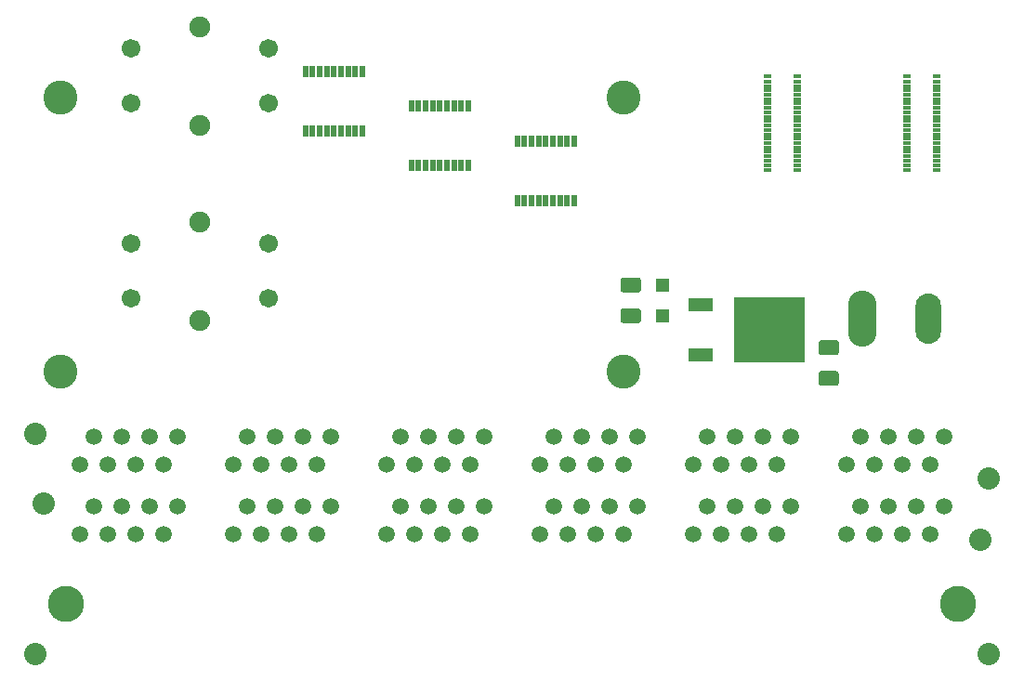
<source format=gbr>
G04 #@! TF.GenerationSoftware,KiCad,Pcbnew,(5.1.0-0)*
G04 #@! TF.CreationDate,2019-04-12T14:29:56-04:00*
G04 #@! TF.ProjectId,pyControl_DSeries,7079436f-6e74-4726-9f6c-5f4453657269,rev?*
G04 #@! TF.SameCoordinates,Original*
G04 #@! TF.FileFunction,Soldermask,Top*
G04 #@! TF.FilePolarity,Negative*
%FSLAX46Y46*%
G04 Gerber Fmt 4.6, Leading zero omitted, Abs format (unit mm)*
G04 Created by KiCad (PCBNEW (5.1.0-0)) date 2019-04-12 14:29:56*
%MOMM*%
%LPD*%
G04 APERTURE LIST*
%ADD10C,1.901600*%
%ADD11C,1.701600*%
%ADD12R,0.761600X0.331600*%
%ADD13R,0.761600X0.451600*%
%ADD14O,2.601600X5.101600*%
%ADD15O,2.351600X4.601600*%
%ADD16C,0.100000*%
%ADD17C,1.351600*%
%ADD18C,3.301600*%
%ADD19C,1.501600*%
%ADD20C,2.032000*%
%ADD21R,0.501600X1.101600*%
%ADD22C,3.101600*%
%ADD23R,1.201600X1.201600*%
%ADD24R,6.501600X5.901600*%
%ADD25R,2.301600X1.301600*%
G04 APERTURE END LIST*
D10*
X68580000Y-99242000D03*
X68580000Y-90242000D03*
D11*
X62330000Y-97242000D03*
X74830000Y-97242000D03*
X74830000Y-92242000D03*
X62330000Y-92242000D03*
D12*
X123021000Y-97660000D03*
X120311000Y-97260000D03*
X123021000Y-97260000D03*
X120311000Y-96860000D03*
D13*
X123021000Y-103335000D03*
X120311000Y-103335000D03*
X123021000Y-94785000D03*
X120311000Y-94785000D03*
D12*
X120311000Y-102860000D03*
X123021000Y-102860000D03*
X120311000Y-102460000D03*
X123021000Y-102460000D03*
X120311000Y-102060000D03*
X123021000Y-102060000D03*
X120311000Y-101660000D03*
X123021000Y-101660000D03*
X120311000Y-101260000D03*
X123021000Y-101260000D03*
X120311000Y-100860000D03*
X123021000Y-100860000D03*
X120311000Y-100460000D03*
X123021000Y-100460000D03*
X120311000Y-100060000D03*
X123021000Y-100060000D03*
X120311000Y-99660000D03*
X123021000Y-99660000D03*
X120311000Y-99260000D03*
X123021000Y-99260000D03*
X120311000Y-98860000D03*
X123021000Y-98860000D03*
X120311000Y-98460000D03*
X123021000Y-98460000D03*
X120311000Y-98060000D03*
X123021000Y-98060000D03*
X120311000Y-97660000D03*
X123021000Y-96860000D03*
X120311000Y-96460000D03*
X123021000Y-96460000D03*
X120311000Y-96060000D03*
X123021000Y-96060000D03*
X120311000Y-95660000D03*
X123021000Y-95660000D03*
X120311000Y-95260000D03*
X123021000Y-95260000D03*
X135721000Y-95260000D03*
X133011000Y-100460000D03*
X135721000Y-100860000D03*
X133011000Y-100860000D03*
X135721000Y-101260000D03*
X133011000Y-101260000D03*
X135721000Y-101660000D03*
X133011000Y-101660000D03*
X135721000Y-102060000D03*
X133011000Y-102060000D03*
X135721000Y-102460000D03*
X133011000Y-102460000D03*
X135721000Y-102860000D03*
X133011000Y-102860000D03*
D13*
X133011000Y-94785000D03*
X135721000Y-94785000D03*
D12*
X133011000Y-97260000D03*
X135721000Y-97660000D03*
X135721000Y-96860000D03*
X133011000Y-97660000D03*
X135721000Y-98060000D03*
X133011000Y-98060000D03*
X135721000Y-98460000D03*
X133011000Y-98460000D03*
X135721000Y-98860000D03*
X133011000Y-98860000D03*
X135721000Y-99260000D03*
X133011000Y-99260000D03*
X135721000Y-99660000D03*
X133011000Y-99660000D03*
X135721000Y-100060000D03*
X133011000Y-100060000D03*
X135721000Y-100460000D03*
X133011000Y-95260000D03*
X135721000Y-95660000D03*
X133011000Y-95660000D03*
X135721000Y-96060000D03*
X133011000Y-96060000D03*
X135721000Y-96460000D03*
X133011000Y-96460000D03*
D13*
X133011000Y-103335000D03*
X135721000Y-103335000D03*
D12*
X133011000Y-96860000D03*
X135721000Y-97260000D03*
D14*
X128905000Y-116840000D03*
D15*
X134905000Y-116840000D03*
D16*
G36*
X126538976Y-118826502D02*
G01*
X126565217Y-118830394D01*
X126590950Y-118836840D01*
X126615927Y-118845777D01*
X126639908Y-118857119D01*
X126662662Y-118870757D01*
X126683969Y-118886560D01*
X126703625Y-118904375D01*
X126721440Y-118924031D01*
X126737243Y-118945338D01*
X126750881Y-118968092D01*
X126762223Y-118992073D01*
X126771160Y-119017050D01*
X126777606Y-119042783D01*
X126781498Y-119069024D01*
X126782800Y-119095520D01*
X126782800Y-119906480D01*
X126781498Y-119932976D01*
X126777606Y-119959217D01*
X126771160Y-119984950D01*
X126762223Y-120009927D01*
X126750881Y-120033908D01*
X126737243Y-120056662D01*
X126721440Y-120077969D01*
X126703625Y-120097625D01*
X126683969Y-120115440D01*
X126662662Y-120131243D01*
X126639908Y-120144881D01*
X126615927Y-120156223D01*
X126590950Y-120165160D01*
X126565217Y-120171606D01*
X126538976Y-120175498D01*
X126512480Y-120176800D01*
X125201520Y-120176800D01*
X125175024Y-120175498D01*
X125148783Y-120171606D01*
X125123050Y-120165160D01*
X125098073Y-120156223D01*
X125074092Y-120144881D01*
X125051338Y-120131243D01*
X125030031Y-120115440D01*
X125010375Y-120097625D01*
X124992560Y-120077969D01*
X124976757Y-120056662D01*
X124963119Y-120033908D01*
X124951777Y-120009927D01*
X124942840Y-119984950D01*
X124936394Y-119959217D01*
X124932502Y-119932976D01*
X124931200Y-119906480D01*
X124931200Y-119095520D01*
X124932502Y-119069024D01*
X124936394Y-119042783D01*
X124942840Y-119017050D01*
X124951777Y-118992073D01*
X124963119Y-118968092D01*
X124976757Y-118945338D01*
X124992560Y-118924031D01*
X125010375Y-118904375D01*
X125030031Y-118886560D01*
X125051338Y-118870757D01*
X125074092Y-118857119D01*
X125098073Y-118845777D01*
X125123050Y-118836840D01*
X125148783Y-118830394D01*
X125175024Y-118826502D01*
X125201520Y-118825200D01*
X126512480Y-118825200D01*
X126538976Y-118826502D01*
X126538976Y-118826502D01*
G37*
D17*
X125857000Y-119501000D03*
D16*
G36*
X126538976Y-121626502D02*
G01*
X126565217Y-121630394D01*
X126590950Y-121636840D01*
X126615927Y-121645777D01*
X126639908Y-121657119D01*
X126662662Y-121670757D01*
X126683969Y-121686560D01*
X126703625Y-121704375D01*
X126721440Y-121724031D01*
X126737243Y-121745338D01*
X126750881Y-121768092D01*
X126762223Y-121792073D01*
X126771160Y-121817050D01*
X126777606Y-121842783D01*
X126781498Y-121869024D01*
X126782800Y-121895520D01*
X126782800Y-122706480D01*
X126781498Y-122732976D01*
X126777606Y-122759217D01*
X126771160Y-122784950D01*
X126762223Y-122809927D01*
X126750881Y-122833908D01*
X126737243Y-122856662D01*
X126721440Y-122877969D01*
X126703625Y-122897625D01*
X126683969Y-122915440D01*
X126662662Y-122931243D01*
X126639908Y-122944881D01*
X126615927Y-122956223D01*
X126590950Y-122965160D01*
X126565217Y-122971606D01*
X126538976Y-122975498D01*
X126512480Y-122976800D01*
X125201520Y-122976800D01*
X125175024Y-122975498D01*
X125148783Y-122971606D01*
X125123050Y-122965160D01*
X125098073Y-122956223D01*
X125074092Y-122944881D01*
X125051338Y-122931243D01*
X125030031Y-122915440D01*
X125010375Y-122897625D01*
X124992560Y-122877969D01*
X124976757Y-122856662D01*
X124963119Y-122833908D01*
X124951777Y-122809927D01*
X124942840Y-122784950D01*
X124936394Y-122759217D01*
X124932502Y-122732976D01*
X124931200Y-122706480D01*
X124931200Y-121895520D01*
X124932502Y-121869024D01*
X124936394Y-121842783D01*
X124942840Y-121817050D01*
X124951777Y-121792073D01*
X124963119Y-121768092D01*
X124976757Y-121745338D01*
X124992560Y-121724031D01*
X125010375Y-121704375D01*
X125030031Y-121686560D01*
X125051338Y-121670757D01*
X125074092Y-121657119D01*
X125098073Y-121645777D01*
X125123050Y-121636840D01*
X125148783Y-121630394D01*
X125175024Y-121626502D01*
X125201520Y-121625200D01*
X126512480Y-121625200D01*
X126538976Y-121626502D01*
X126538976Y-121626502D01*
G37*
D17*
X125857000Y-122301000D03*
D16*
G36*
X108504976Y-113114502D02*
G01*
X108531217Y-113118394D01*
X108556950Y-113124840D01*
X108581927Y-113133777D01*
X108605908Y-113145119D01*
X108628662Y-113158757D01*
X108649969Y-113174560D01*
X108669625Y-113192375D01*
X108687440Y-113212031D01*
X108703243Y-113233338D01*
X108716881Y-113256092D01*
X108728223Y-113280073D01*
X108737160Y-113305050D01*
X108743606Y-113330783D01*
X108747498Y-113357024D01*
X108748800Y-113383520D01*
X108748800Y-114194480D01*
X108747498Y-114220976D01*
X108743606Y-114247217D01*
X108737160Y-114272950D01*
X108728223Y-114297927D01*
X108716881Y-114321908D01*
X108703243Y-114344662D01*
X108687440Y-114365969D01*
X108669625Y-114385625D01*
X108649969Y-114403440D01*
X108628662Y-114419243D01*
X108605908Y-114432881D01*
X108581927Y-114444223D01*
X108556950Y-114453160D01*
X108531217Y-114459606D01*
X108504976Y-114463498D01*
X108478480Y-114464800D01*
X107167520Y-114464800D01*
X107141024Y-114463498D01*
X107114783Y-114459606D01*
X107089050Y-114453160D01*
X107064073Y-114444223D01*
X107040092Y-114432881D01*
X107017338Y-114419243D01*
X106996031Y-114403440D01*
X106976375Y-114385625D01*
X106958560Y-114365969D01*
X106942757Y-114344662D01*
X106929119Y-114321908D01*
X106917777Y-114297927D01*
X106908840Y-114272950D01*
X106902394Y-114247217D01*
X106898502Y-114220976D01*
X106897200Y-114194480D01*
X106897200Y-113383520D01*
X106898502Y-113357024D01*
X106902394Y-113330783D01*
X106908840Y-113305050D01*
X106917777Y-113280073D01*
X106929119Y-113256092D01*
X106942757Y-113233338D01*
X106958560Y-113212031D01*
X106976375Y-113192375D01*
X106996031Y-113174560D01*
X107017338Y-113158757D01*
X107040092Y-113145119D01*
X107064073Y-113133777D01*
X107089050Y-113124840D01*
X107114783Y-113118394D01*
X107141024Y-113114502D01*
X107167520Y-113113200D01*
X108478480Y-113113200D01*
X108504976Y-113114502D01*
X108504976Y-113114502D01*
G37*
D17*
X107823000Y-113789000D03*
D16*
G36*
X108504976Y-115914502D02*
G01*
X108531217Y-115918394D01*
X108556950Y-115924840D01*
X108581927Y-115933777D01*
X108605908Y-115945119D01*
X108628662Y-115958757D01*
X108649969Y-115974560D01*
X108669625Y-115992375D01*
X108687440Y-116012031D01*
X108703243Y-116033338D01*
X108716881Y-116056092D01*
X108728223Y-116080073D01*
X108737160Y-116105050D01*
X108743606Y-116130783D01*
X108747498Y-116157024D01*
X108748800Y-116183520D01*
X108748800Y-116994480D01*
X108747498Y-117020976D01*
X108743606Y-117047217D01*
X108737160Y-117072950D01*
X108728223Y-117097927D01*
X108716881Y-117121908D01*
X108703243Y-117144662D01*
X108687440Y-117165969D01*
X108669625Y-117185625D01*
X108649969Y-117203440D01*
X108628662Y-117219243D01*
X108605908Y-117232881D01*
X108581927Y-117244223D01*
X108556950Y-117253160D01*
X108531217Y-117259606D01*
X108504976Y-117263498D01*
X108478480Y-117264800D01*
X107167520Y-117264800D01*
X107141024Y-117263498D01*
X107114783Y-117259606D01*
X107089050Y-117253160D01*
X107064073Y-117244223D01*
X107040092Y-117232881D01*
X107017338Y-117219243D01*
X106996031Y-117203440D01*
X106976375Y-117185625D01*
X106958560Y-117165969D01*
X106942757Y-117144662D01*
X106929119Y-117121908D01*
X106917777Y-117097927D01*
X106908840Y-117072950D01*
X106902394Y-117047217D01*
X106898502Y-117020976D01*
X106897200Y-116994480D01*
X106897200Y-116183520D01*
X106898502Y-116157024D01*
X106902394Y-116130783D01*
X106908840Y-116105050D01*
X106917777Y-116080073D01*
X106929119Y-116056092D01*
X106942757Y-116033338D01*
X106958560Y-116012031D01*
X106976375Y-115992375D01*
X106996031Y-115974560D01*
X107017338Y-115958757D01*
X107040092Y-115945119D01*
X107064073Y-115933777D01*
X107089050Y-115924840D01*
X107114783Y-115918394D01*
X107141024Y-115914502D01*
X107167520Y-115913200D01*
X108478480Y-115913200D01*
X108504976Y-115914502D01*
X108504976Y-115914502D01*
G37*
D17*
X107823000Y-116589000D03*
D18*
X137668000Y-142811600D03*
X56388000Y-142811600D03*
D19*
X131318000Y-127571600D03*
X132588000Y-136461600D03*
X117348000Y-127571600D03*
X118618000Y-136461600D03*
X103378000Y-127571600D03*
X104648000Y-136461600D03*
X89408000Y-127571600D03*
X90678000Y-136461600D03*
X75438000Y-127571600D03*
X76708000Y-136461600D03*
X61468000Y-127571600D03*
X62738000Y-136461600D03*
D20*
X140462000Y-147386600D03*
X139700000Y-136972600D03*
X140462000Y-131384600D03*
X53594000Y-127320600D03*
X54356000Y-133670600D03*
X53594000Y-147386600D03*
D19*
X127508000Y-130111600D03*
X136398000Y-133921600D03*
X113538000Y-130111600D03*
X122428000Y-133921600D03*
X99568000Y-130111600D03*
X108458000Y-133921600D03*
X85598000Y-130111600D03*
X94488000Y-133921600D03*
X71628000Y-130111600D03*
X80518000Y-133921600D03*
X57658000Y-130111600D03*
X66548000Y-133921600D03*
X135128000Y-130111600D03*
X128778000Y-133921600D03*
X121158000Y-130111600D03*
X114808000Y-133921600D03*
X107188000Y-130111600D03*
X100838000Y-133921600D03*
X93218000Y-130111600D03*
X86868000Y-133921600D03*
X79248000Y-130111600D03*
X72898000Y-133921600D03*
X65278000Y-130111600D03*
X58928000Y-133921600D03*
X136398000Y-127571600D03*
X127508000Y-136461600D03*
X122428000Y-127571600D03*
X113538000Y-136461600D03*
X108458000Y-127571600D03*
X99568000Y-136461600D03*
X94488000Y-127571600D03*
X85598000Y-136461600D03*
X80518000Y-127571600D03*
X71628000Y-136461600D03*
X66548000Y-127571600D03*
X57658000Y-136461600D03*
X133858000Y-127571600D03*
X130048000Y-136461600D03*
X119888000Y-127571600D03*
X116078000Y-136461600D03*
X105918000Y-127571600D03*
X102108000Y-136461600D03*
X91948000Y-127571600D03*
X88138000Y-136461600D03*
X77978000Y-127571600D03*
X74168000Y-136461600D03*
X64008000Y-127571600D03*
X60198000Y-136461600D03*
X130048000Y-130111600D03*
X133858000Y-133921600D03*
X116078000Y-130111600D03*
X119888000Y-133921600D03*
X102108000Y-130111600D03*
X105918000Y-133921600D03*
X88138000Y-130111600D03*
X91948000Y-133921600D03*
X74168000Y-130111600D03*
X77978000Y-133921600D03*
X60198000Y-130111600D03*
X64008000Y-133921600D03*
X132588000Y-130111600D03*
X131318000Y-133921600D03*
X118618000Y-130111600D03*
X117348000Y-133921600D03*
X104648000Y-130111600D03*
X103378000Y-133921600D03*
X90678000Y-130111600D03*
X89408000Y-133921600D03*
X76708000Y-130111600D03*
X75438000Y-133921600D03*
X62738000Y-130111600D03*
X61468000Y-133921600D03*
X128778000Y-127571600D03*
X135128000Y-136461600D03*
X114808000Y-127571600D03*
X121158000Y-136461600D03*
X100838000Y-127571600D03*
X107188000Y-136461600D03*
X86868000Y-127571600D03*
X93218000Y-136461600D03*
X72898000Y-127571600D03*
X79248000Y-136461600D03*
X58928000Y-127571600D03*
X65278000Y-136461600D03*
D21*
X93024000Y-97503000D03*
X92374000Y-97503000D03*
X91724000Y-97503000D03*
X91074000Y-97503000D03*
X90424000Y-97503000D03*
X89774000Y-97503000D03*
X89124000Y-97503000D03*
X88474000Y-97503000D03*
X87824000Y-97503000D03*
X93024000Y-102903000D03*
X92374000Y-102903000D03*
X91724000Y-102903000D03*
X91074000Y-102903000D03*
X90424000Y-102903000D03*
X89774000Y-102903000D03*
X89124000Y-102903000D03*
X88474000Y-102903000D03*
X87824000Y-102903000D03*
X102676000Y-100678000D03*
X102026000Y-100678000D03*
X101376000Y-100678000D03*
X100726000Y-100678000D03*
X100076000Y-100678000D03*
X99426000Y-100678000D03*
X98776000Y-100678000D03*
X98126000Y-100678000D03*
X97476000Y-100678000D03*
X102676000Y-106078000D03*
X102026000Y-106078000D03*
X101376000Y-106078000D03*
X100726000Y-106078000D03*
X100076000Y-106078000D03*
X99426000Y-106078000D03*
X98776000Y-106078000D03*
X98126000Y-106078000D03*
X97476000Y-106078000D03*
D22*
X107188000Y-121720000D03*
X107188000Y-96720000D03*
D21*
X83372000Y-94328000D03*
X82722000Y-94328000D03*
X82072000Y-94328000D03*
X81422000Y-94328000D03*
X80772000Y-94328000D03*
X80122000Y-94328000D03*
X79472000Y-94328000D03*
X78822000Y-94328000D03*
X78172000Y-94328000D03*
X83372000Y-99728000D03*
X82722000Y-99728000D03*
X82072000Y-99728000D03*
X81422000Y-99728000D03*
X80772000Y-99728000D03*
X80122000Y-99728000D03*
X79472000Y-99728000D03*
X78822000Y-99728000D03*
X78172000Y-99728000D03*
D22*
X55880000Y-121720000D03*
X55880000Y-96720000D03*
D10*
X68580000Y-117022000D03*
X68580000Y-108022000D03*
D11*
X62330000Y-115022000D03*
X74830000Y-115022000D03*
X74830000Y-110022000D03*
X62330000Y-110022000D03*
D23*
X110744000Y-116589000D03*
X110744000Y-113789000D03*
D24*
X120499000Y-117855000D03*
D25*
X114199000Y-120135000D03*
X114199000Y-115575000D03*
M02*

</source>
